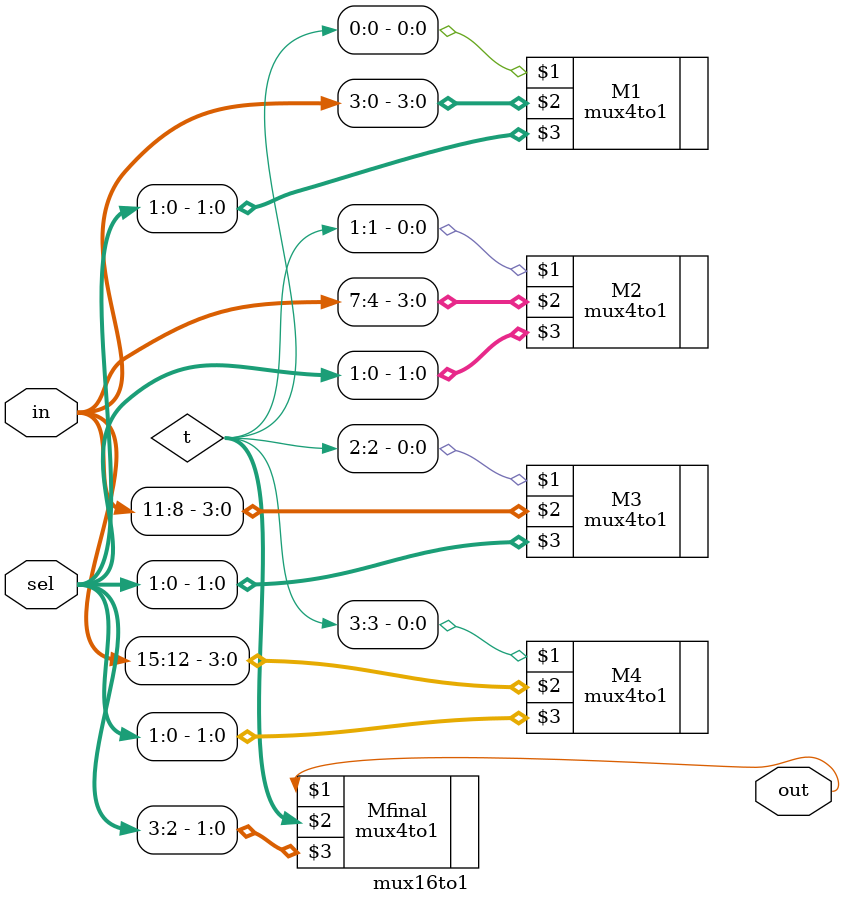
<source format=v>
module mux16to1(out, in, sel);

    input [15:0] in;
    input [3:0] sel;
    output out;
    wire [15:0] in;
    wire [3:0] sel;
    wire out; 
    wire [3:0]t;

    // assign out = in[sel];
    mux4to1 M1(t[0], in[3:0], sel[1:0]);
    mux4to1 M2(t[1], in[7:4], sel[1:0]);
    mux4to1 M3(t[2], in[11:8], sel[1:0]);
    mux4to1 M4(t[3], in[15:12], sel[1:0]);

    mux4to1 Mfinal(out, t, sel[3:2]);


endmodule
</source>
